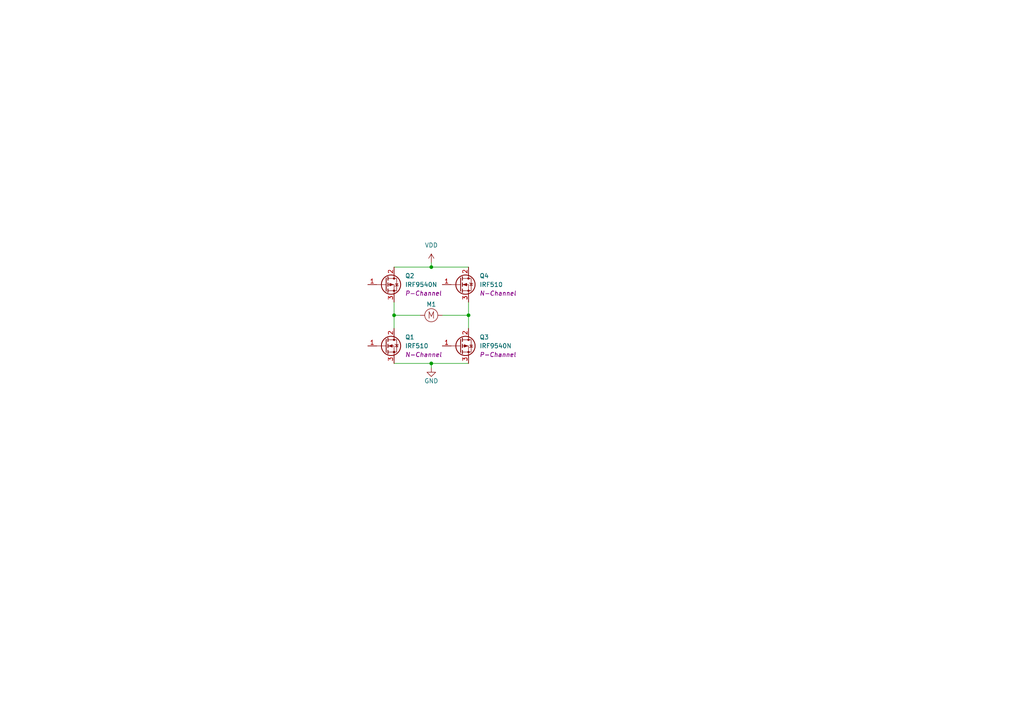
<source format=kicad_sch>
(kicad_sch (version 20230121) (generator eeschema)
  (paper "A4")
  (lib_symbols
    (symbol "Transistor_FET:IRF540N" (pin_names hide)
      (property "Reference" "Q" (at 6.35 1.905 0))
      (property "Value" "IRF540N" (at 6.35 0 0))
      (symbol "IRF540N_0_1"
        (polyline (pts (xy 0.254 0) (xy -2.54 0)))
        (polyline (pts (xy 0.254 1.905) (xy 0.254 -1.905)) (stroke (width 0.254)))
        (polyline (pts (xy 0.762 -1.27) (xy 0.762 -2.286)) (stroke (width 0.254)))
        (polyline (pts (xy 0.762 0.508) (xy 0.762 -0.508)) (stroke (width 0.254)))
        (polyline (pts (xy 0.762 2.286) (xy 0.762 1.27)) (stroke (width 0.254)))
        (polyline (pts (xy 2.54 2.54) (xy 2.54 1.778)))
        (polyline (pts (xy 2.54 -2.54) (xy 2.54 0) (xy 0.762 0)))
        (polyline (pts (xy 0.762 -1.778) (xy 3.302 -1.778) (xy 3.302 1.778) (xy 0.762 1.778)))
        (polyline (pts (xy 1.016 0) (xy 2.032 0.381) (xy 2.032 -0.381) (xy 1.016 0)) (fill (type outline)))
        (polyline (pts (xy 2.794 0.508) (xy 2.921 0.381) (xy 3.683 0.381) (xy 3.81 0.254)))
        (polyline (pts (xy 3.302 0.381) (xy 2.921 -0.254) (xy 3.683 -0.254) (xy 3.302 0.381)))
        (circle (center 1.651 0) (radius 2.794) (stroke (width 0.254)))
        (circle (center 2.54 -1.778) (radius 0.254) (fill (type outline)))
        (circle (center 2.54 1.778) (radius 0.254) (fill (type outline)))
      )
      (symbol "IRF540N_1_1"
        (pin input line (at -5.08 0 0) (length 2.54) (name "G") (number "1"))
        (pin passive line (at 2.54 5.08 270) (length 2.54) (name "D") (number "2"))
        (pin passive line (at 2.54 -5.08 90) (length 2.54) (name "S") (number "3"))
      )
    )
    (symbol "Transistor_FET:IRF9540N" (pin_names hide)
      (property "Reference" "Q" (at 5.08 1.905 0))
      (property "Value" "IRF9540N" (at 5.08 0 0))
      (symbol "IRF9540N_0_1"
        (polyline (pts (xy 0.254 0) (xy -2.54 0)))
        (polyline (pts (xy 0.254 1.905) (xy 0.254 -1.905)) (stroke (width 0.254)))
        (polyline (pts (xy 0.762 -1.27) (xy 0.762 -2.286)) (stroke (width 0.254)))
        (polyline (pts (xy 0.762 0.508) (xy 0.762 -0.508)) (stroke (width 0.254)))
        (polyline (pts (xy 0.762 2.286) (xy 0.762 1.27)) (stroke (width 0.254)))
        (polyline (pts (xy 2.54 2.54) (xy 2.54 1.778)))
        (polyline (pts (xy 2.54 -2.54) (xy 2.54 0) (xy 0.762 0)))
        (polyline (pts (xy 0.762 1.778) (xy 3.302 1.778) (xy 3.302 -1.778) (xy 0.762 -1.778)))
        (polyline (pts (xy 2.286 0) (xy 1.27 0.381) (xy 1.27 -0.381) (xy 2.286 0)) (fill (type outline)))
        (polyline (pts (xy 2.794 -0.508) (xy 2.921 -0.381) (xy 3.683 -0.381) (xy 3.81 -0.254)))
        (polyline (pts (xy 3.302 -0.381) (xy 2.921 0.254) (xy 3.683 0.254) (xy 3.302 -0.381)))
        (circle (center 1.651 0) (radius 2.794) (stroke (width 0.254)))
        (circle (center 2.54 -1.778) (radius 0.254) (fill (type outline)))
        (circle (center 2.54 1.778) (radius 0.254) (fill (type outline)))
      )
      (symbol "IRF9540N_1_1"
        (pin input line (at -5.08 0 0) (length 2.54) (name "G") (number "1"))
        (pin passive line (at 2.54 5.08 270) (length 2.54) (name "D") (number "2"))
        (pin passive line (at 2.54 -5.08 90) (length 2.54) (name "S") (number "3"))
      )
    )
    (symbol "generic:DC_Motor_h"
      (property "Reference" "M" (at 0 0 0))
      (symbol "DC_Motor_h_0_0"
        (circle (center 0 -3.175) (radius 1.905) (stroke (width 0.1524)))
      )
      (symbol "DC_Motor_h_1_0"
        (text "M" (at 0 -3.175 0) (effects (font (size 1.905 1.905))))
      )
      (symbol "DC_Motor_h_1_1"
        (pin unspecified line (at -3.175 -3.175 0) (length 1.27) (name "") (number ""))
        (pin unspecified line (at 3.175 -3.175 180) (length 1.27) (name "") (number ""))
      )
    )
    (symbol "power:GND" (power) (pin_names (offset 0))
      (property "Value" "GND" (at 0 -3.81 0))
      (symbol "GND_0_1"
        (polyline (pts (xy 0 0) (xy 0 -1.27) (xy 1.27 -1.27) (xy 0 -2.54) (xy -1.27 -1.27) (xy 0 -1.27)))
      )
      (symbol "GND_1_1"
        (pin power_in line (at 0 0 270) (length 0) hide (name "GND") (number "1"))
      )
    )
    (symbol "power:VDD" (power) (pin_names (offset 0))
      (property "Value" "VDD" (at 0 3.81 0))
      (symbol "VDD_0_1"
        (polyline (pts (xy -0.762 1.27) (xy 0 2.54)))
        (polyline (pts (xy 0 0) (xy 0 2.54)))
        (polyline (pts (xy 0 2.54) (xy 0.762 1.27)))
      )
      (symbol "VDD_1_1"
        (pin power_in line (at 0 0 90) (length 0) hide (name "VDD") (number "1"))
      )
    )
  )
  (junction (at 114.3 91.44))
  (junction (at 125.095 77.47))
  (junction (at 125.095 105.41))
  (junction (at 135.89 91.44))
  (wire (pts (xy 114.3 87.63) (xy 114.3 91.44)))
  (wire (pts (xy 128.27 91.44) (xy 135.89 91.44)))
  (wire (pts (xy 125.095 106.68) (xy 125.095 105.41)))
  (wire (pts (xy 125.095 105.41) (xy 135.89 105.41)))
  (wire (pts (xy 135.89 87.63) (xy 135.89 91.44)))
  (wire (pts (xy 114.3 105.41) (xy 125.095 105.41)))
  (wire (pts (xy 125.095 76.2) (xy 125.095 77.47)))
  (wire (pts (xy 114.3 91.44) (xy 114.3 95.25)))
  (wire (pts (xy 135.89 91.44) (xy 135.89 95.25)))
  (wire (pts (xy 125.095 77.47) (xy 135.89 77.47)))
  (wire (pts (xy 114.3 77.47) (xy 125.095 77.47)))
  (wire (pts (xy 114.3 91.44) (xy 121.92 91.44)))
  (symbol (lib_id "power:GND") (at 125.095 106.68 0) (unit 1)
    (property "Reference" "#PWR01" (effects hide))
    (property "Value" "GND" (at 125.095 110.49 0))
  )
  (symbol (lib_id "Transistor_FET:IRF9540N") (at 111.76 82.55 0) (unit 1)
    (property "Reference" "Q2" (at 117.475 80.01 0) (effects (justify left)))
    (property "Value" "IRF9540N" (at 117.475 82.55 0) (effects (justify left)))
    (property "Footprint" "Package_TO_SOT_THT:TO-220-3_Vertical" (effects hide))
    (property "Datasheet" "http://www.irf.com/product-info/datasheets/data/irf9540n.pdf" (effects hide))
    (property "Comment" "P-Channel" (at 117.475 85.0901 0) (effects (font italic) (justify left)))
  )
  (symbol (lib_id "Transistor_FET:IRF540N") (at 111.76 100.33 0) (unit 1)
    (property "Reference" "Q1" (at 117.475 97.79 0) (effects (justify left)))
    (property "Value" "IRF510" (at 117.475 100.33 0) (effects (justify left)))
    (property "Footprint" "Package_TO_SOT_THT:TO-220-3_Vertical" (effects hide))
    (property "Datasheet" "http://www.irf.com/product-info/datasheets/data/irf540n.pdf" (effects hide))
    (property "Comment" "N-Channel" (at 117.475 102.87 0) (effects (font italic) (justify left)))
  )
  (symbol (lib_id "power:VDD") (at 125.095 76.2 0) (unit 1)
    (property "Reference" "#PWR02" (effects hide))
    (property "Value" "VDD" (at 125.095 71.12 0))
  )
  (symbol (lib_id "Transistor_FET:IRF9540N") (at 133.35 100.33 0) (unit 1)
    (property "Reference" "Q3" (at 139.065 97.79 0) (effects (justify left)))
    (property "Value" "IRF9540N" (at 139.065 100.33 0) (effects (justify left)))
    (property "Footprint" "Package_TO_SOT_THT:TO-220-3_Vertical" (effects hide))
    (property "Datasheet" "http://www.irf.com/product-info/datasheets/data/irf9540n.pdf" (effects hide))
    (property "Comment" "P-Channel" (at 139.065 102.8701 0) (effects (font italic) (justify left)))
  )
  (symbol (lib_id "Transistor_FET:IRF540N") (at 133.35 82.55 0) (unit 1)
    (property "Reference" "Q4" (at 139.065 80.01 0) (effects (justify left)))
    (property "Value" "IRF510" (at 139.065 82.55 0) (effects (justify left)))
    (property "Footprint" "Package_TO_SOT_THT:TO-220-3_Vertical" (effects hide))
    (property "Datasheet" "http://www.irf.com/product-info/datasheets/data/irf540n.pdf" (effects hide))
    (property "Comment" "N-Channel" (at 139.065 85.09 0) (effects (font italic) (justify left)))
  )
  (symbol (lib_id "generic:DC_Motor_h") (at 125.095 88.265 0) (unit 1)
    (property "Reference" "M1" (at 125.095 88.265 0))
    (property "Value" "DC_Motor_h" (effects hide))
  )
)
</source>
